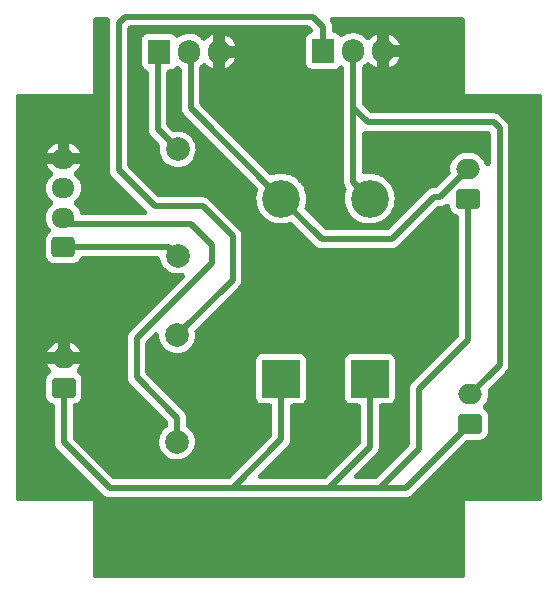
<source format=gbr>
%TF.GenerationSoftware,KiCad,Pcbnew,(6.0.2)*%
%TF.CreationDate,2022-08-02T15:28:19+01:00*%
%TF.ProjectId,solenoid_driver,736f6c65-6e6f-4696-945f-647269766572,rev?*%
%TF.SameCoordinates,Original*%
%TF.FileFunction,Copper,L2,Bot*%
%TF.FilePolarity,Positive*%
%FSLAX46Y46*%
G04 Gerber Fmt 4.6, Leading zero omitted, Abs format (unit mm)*
G04 Created by KiCad (PCBNEW (6.0.2)) date 2022-08-02 15:28:19*
%MOMM*%
%LPD*%
G01*
G04 APERTURE LIST*
G04 Aperture macros list*
%AMRoundRect*
0 Rectangle with rounded corners*
0 $1 Rounding radius*
0 $2 $3 $4 $5 $6 $7 $8 $9 X,Y pos of 4 corners*
0 Add a 4 corners polygon primitive as box body*
4,1,4,$2,$3,$4,$5,$6,$7,$8,$9,$2,$3,0*
0 Add four circle primitives for the rounded corners*
1,1,$1+$1,$2,$3*
1,1,$1+$1,$4,$5*
1,1,$1+$1,$6,$7*
1,1,$1+$1,$8,$9*
0 Add four rect primitives between the rounded corners*
20,1,$1+$1,$2,$3,$4,$5,0*
20,1,$1+$1,$4,$5,$6,$7,0*
20,1,$1+$1,$6,$7,$8,$9,0*
20,1,$1+$1,$8,$9,$2,$3,0*%
G04 Aperture macros list end*
%TA.AperFunction,ComponentPad*%
%ADD10RoundRect,0.250000X0.725000X-0.600000X0.725000X0.600000X-0.725000X0.600000X-0.725000X-0.600000X0*%
%TD*%
%TA.AperFunction,ComponentPad*%
%ADD11O,1.950000X1.700000*%
%TD*%
%TA.AperFunction,ComponentPad*%
%ADD12C,2.000000*%
%TD*%
%TA.AperFunction,ComponentPad*%
%ADD13R,3.200000X3.200000*%
%TD*%
%TA.AperFunction,ComponentPad*%
%ADD14O,3.200000X3.200000*%
%TD*%
%TA.AperFunction,ComponentPad*%
%ADD15RoundRect,0.250000X0.750000X-0.600000X0.750000X0.600000X-0.750000X0.600000X-0.750000X-0.600000X0*%
%TD*%
%TA.AperFunction,ComponentPad*%
%ADD16O,2.000000X1.700000*%
%TD*%
%TA.AperFunction,ComponentPad*%
%ADD17R,1.905000X2.000000*%
%TD*%
%TA.AperFunction,ComponentPad*%
%ADD18O,1.905000X2.000000*%
%TD*%
%TA.AperFunction,Conductor*%
%ADD19C,0.500000*%
%TD*%
G04 APERTURE END LIST*
D10*
%TO.P,J1,1*%
%TO.N,solenoid1*%
X116500000Y-100500000D03*
D11*
%TO.P,J1,2*%
%TO.N,solenoid2*%
X116500000Y-98000000D03*
%TO.P,J1,3*%
%TO.N,+5V*%
X116500000Y-95500000D03*
%TO.P,J1,4*%
%TO.N,GND*%
X116500000Y-93000000D03*
%TD*%
D12*
%TO.P,R1,1*%
%TO.N,solenoid1*%
X126174500Y-101219000D03*
%TO.P,R1,2*%
%TO.N,Net-(Q2-Pad1)*%
X126174500Y-92219000D03*
%TD*%
D13*
%TO.P,D1,1*%
%TO.N,+12V*%
X142430500Y-111633000D03*
D14*
%TO.P,D1,2*%
%TO.N,Net-(D1-Pad2)*%
X142430500Y-96393000D03*
%TD*%
D13*
%TO.P,D2,1*%
%TO.N,+12V*%
X134937500Y-111633000D03*
D14*
%TO.P,D2,2*%
%TO.N,Net-(D2-Pad2)*%
X134937500Y-96393000D03*
%TD*%
D15*
%TO.P,J4,1*%
%TO.N,+12V*%
X150749000Y-96393000D03*
D16*
%TO.P,J4,2*%
%TO.N,Net-(D2-Pad2)*%
X150749000Y-93893000D03*
%TD*%
D17*
%TO.P,Q1,1*%
%TO.N,Net-(Q1-Pad1)*%
X138493500Y-83883500D03*
D18*
%TO.P,Q1,2*%
%TO.N,Net-(D1-Pad2)*%
X141033500Y-83883500D03*
%TO.P,Q1,3*%
%TO.N,GND*%
X143573500Y-83883500D03*
%TD*%
D17*
%TO.P,Q2,1*%
%TO.N,Net-(Q2-Pad1)*%
X124587000Y-83947000D03*
D18*
%TO.P,Q2,2*%
%TO.N,Net-(D2-Pad2)*%
X127127000Y-83947000D03*
%TO.P,Q2,3*%
%TO.N,GND*%
X129667000Y-83947000D03*
%TD*%
D12*
%TO.P,R2,1*%
%TO.N,solenoid2*%
X126111000Y-116967000D03*
%TO.P,R2,2*%
%TO.N,Net-(Q1-Pad1)*%
X126111000Y-107967000D03*
%TD*%
D15*
%TO.P,J2,1*%
%TO.N,+12V*%
X116522500Y-112395000D03*
D16*
%TO.P,J2,2*%
%TO.N,GND*%
X116522500Y-109895000D03*
%TD*%
D15*
%TO.P,J3,1*%
%TO.N,+12V*%
X150939500Y-115443000D03*
D16*
%TO.P,J3,2*%
%TO.N,Net-(D1-Pad2)*%
X150939500Y-112943000D03*
%TD*%
D19*
%TO.N,+12V*%
X134937500Y-111633000D02*
X134937500Y-116776500D01*
X145478500Y-120904000D02*
X150939500Y-115443000D01*
X120396000Y-120904000D02*
X130810000Y-120904000D01*
X143256000Y-120904000D02*
X145478500Y-120904000D01*
X116522500Y-117030500D02*
X120396000Y-120904000D01*
X138938000Y-120904000D02*
X143256000Y-120904000D01*
X134937500Y-116776500D02*
X130810000Y-120904000D01*
X146558000Y-112522000D02*
X146558000Y-117602000D01*
X146558000Y-117602000D02*
X143256000Y-120904000D01*
X150749000Y-96393000D02*
X150749000Y-108331000D01*
X142430500Y-117411500D02*
X138938000Y-120904000D01*
X142430500Y-111633000D02*
X142430500Y-117411500D01*
X130810000Y-120904000D02*
X138938000Y-120904000D01*
X150749000Y-108331000D02*
X146558000Y-112522000D01*
X116522500Y-112395000D02*
X116522500Y-117030500D01*
%TO.N,Net-(D1-Pad2)*%
X153416000Y-90424000D02*
X153416000Y-110466500D01*
X152908000Y-89916000D02*
X153416000Y-90424000D01*
X141033500Y-83883500D02*
X141033500Y-88201500D01*
X141033500Y-94996000D02*
X142430500Y-96393000D01*
X141033500Y-88201500D02*
X141033500Y-94996000D01*
X141033500Y-88201500D02*
X141033500Y-88709500D01*
X141033500Y-88709500D02*
X142240000Y-89916000D01*
X152769250Y-111113250D02*
X150939500Y-112943000D01*
X142240000Y-89916000D02*
X152908000Y-89916000D01*
X153416000Y-110466500D02*
X152769250Y-111113250D01*
%TO.N,Net-(D2-Pad2)*%
X138366500Y-99822000D02*
X144272000Y-99822000D01*
X144272000Y-99822000D02*
X147828000Y-96266000D01*
X147828000Y-96266000D02*
X148376000Y-96266000D01*
X127254000Y-84074000D02*
X127127000Y-83947000D01*
X127254000Y-88709500D02*
X127254000Y-84074000D01*
X134937500Y-96393000D02*
X138366500Y-99822000D01*
X148376000Y-96266000D02*
X150749000Y-93893000D01*
X134937500Y-96393000D02*
X127254000Y-88709500D01*
%TO.N,solenoid2*%
X126111000Y-116967000D02*
X126111000Y-114935000D01*
X117052000Y-98552000D02*
X116500000Y-98000000D01*
X129032000Y-100330000D02*
X127254000Y-98552000D01*
X122682000Y-108204000D02*
X129032000Y-101854000D01*
X127254000Y-98552000D02*
X117052000Y-98552000D01*
X122682000Y-111506000D02*
X122682000Y-108204000D01*
X126111000Y-114935000D02*
X122682000Y-111506000D01*
X129032000Y-101854000D02*
X129032000Y-100330000D01*
%TO.N,solenoid1*%
X125455500Y-100500000D02*
X126174500Y-101219000D01*
X116500000Y-100500000D02*
X125455500Y-100500000D01*
%TO.N,Net-(Q1-Pad1)*%
X137617010Y-80975010D02*
X138493500Y-81851500D01*
X133045010Y-80975010D02*
X121716990Y-80975010D01*
X138493500Y-81851500D02*
X138493500Y-83883500D01*
X130810000Y-103268000D02*
X130810000Y-99568000D01*
X121158000Y-93980000D02*
X121158000Y-81534000D01*
X128270000Y-97028000D02*
X124206000Y-97028000D01*
X133045010Y-80975010D02*
X137617010Y-80975010D01*
X121158000Y-81534000D02*
X121716990Y-80975010D01*
X130810000Y-99568000D02*
X128270000Y-97028000D01*
X124206000Y-97028000D02*
X121158000Y-93980000D01*
X126111000Y-107967000D02*
X130810000Y-103268000D01*
%TO.N,Net-(Q2-Pad1)*%
X126174500Y-92219000D02*
X124460000Y-90504500D01*
X124460000Y-84074000D02*
X124587000Y-83947000D01*
X124460000Y-90504500D02*
X124460000Y-84074000D01*
%TD*%
%TA.AperFunction,Conductor*%
%TO.N,GND*%
G36*
X120291650Y-81018954D02*
G01*
X120372432Y-81072930D01*
X120426408Y-81153712D01*
X120445362Y-81249000D01*
X120440145Y-81299704D01*
X120426747Y-81364117D01*
X120424844Y-81372524D01*
X120408185Y-81440606D01*
X120407500Y-81451648D01*
X120407500Y-81455526D01*
X120407459Y-81456845D01*
X120405382Y-81466831D01*
X120405773Y-81481291D01*
X120405773Y-81481294D01*
X120407409Y-81541737D01*
X120407500Y-81548473D01*
X120407500Y-93904244D01*
X120405182Y-93934894D01*
X120405027Y-93939332D01*
X120402852Y-93953630D01*
X120404025Y-93968048D01*
X120406680Y-94000695D01*
X120407033Y-94009386D01*
X120407081Y-94009383D01*
X120407500Y-94016596D01*
X120407500Y-94023822D01*
X120408336Y-94030996D01*
X120408337Y-94031006D01*
X120410508Y-94049629D01*
X120411363Y-94058275D01*
X120415410Y-94108025D01*
X120417039Y-94128059D01*
X120421122Y-94140663D01*
X120422657Y-94153828D01*
X120427591Y-94167422D01*
X120427593Y-94167429D01*
X120446565Y-94219697D01*
X120449387Y-94227914D01*
X120470973Y-94294546D01*
X120477848Y-94305875D01*
X120482369Y-94318331D01*
X120520796Y-94376942D01*
X120525413Y-94384261D01*
X120541527Y-94410815D01*
X120561761Y-94444160D01*
X120569085Y-94452452D01*
X120571797Y-94455164D01*
X120572735Y-94456162D01*
X120578323Y-94464685D01*
X120630971Y-94514559D01*
X120632699Y-94516196D01*
X120637526Y-94520893D01*
X123493062Y-97376430D01*
X123547038Y-97457212D01*
X123565992Y-97552500D01*
X123547038Y-97647788D01*
X123493062Y-97728570D01*
X123412280Y-97782546D01*
X123316992Y-97801500D01*
X118161018Y-97801500D01*
X118065730Y-97782546D01*
X117984948Y-97728570D01*
X117930972Y-97647788D01*
X117920503Y-97616946D01*
X117901720Y-97546848D01*
X117901718Y-97546842D01*
X117898903Y-97536337D01*
X117888339Y-97513681D01*
X117803631Y-97332027D01*
X117799035Y-97322171D01*
X117663495Y-97128599D01*
X117496401Y-96961505D01*
X117485641Y-96953970D01*
X117484389Y-96952663D01*
X117479170Y-96948284D01*
X117479650Y-96947712D01*
X117418456Y-96883792D01*
X117383242Y-96793243D01*
X117385359Y-96696112D01*
X117424486Y-96607184D01*
X117479528Y-96552142D01*
X117479170Y-96551716D01*
X117484042Y-96547628D01*
X117485640Y-96546030D01*
X117496401Y-96538495D01*
X117663495Y-96371401D01*
X117669733Y-96362493D01*
X117792804Y-96186729D01*
X117792805Y-96186728D01*
X117799035Y-96177830D01*
X117803632Y-96167973D01*
X117845984Y-96077147D01*
X117898903Y-95963663D01*
X117901718Y-95953160D01*
X117957249Y-95745909D01*
X117960063Y-95735408D01*
X117964358Y-95686323D01*
X117979711Y-95510835D01*
X117980659Y-95500000D01*
X117967223Y-95346429D01*
X117961011Y-95275426D01*
X117961011Y-95275425D01*
X117960063Y-95264592D01*
X117898903Y-95036337D01*
X117893797Y-95025386D01*
X117803631Y-94832027D01*
X117799035Y-94822171D01*
X117663495Y-94628599D01*
X117496401Y-94461505D01*
X117485197Y-94453660D01*
X117483646Y-94452039D01*
X117479170Y-94448284D01*
X117479581Y-94447794D01*
X117418015Y-94383477D01*
X117382804Y-94292927D01*
X117384926Y-94195795D01*
X117424056Y-94106869D01*
X117479189Y-94051739D01*
X117478847Y-94051331D01*
X117483507Y-94047421D01*
X117485207Y-94045721D01*
X117487176Y-94044342D01*
X117503764Y-94030424D01*
X117655427Y-93878761D01*
X117669343Y-93862177D01*
X117792369Y-93686478D01*
X117803192Y-93667731D01*
X117871042Y-93522228D01*
X117875622Y-93503510D01*
X117861277Y-93500000D01*
X115143121Y-93500000D01*
X115124221Y-93503760D01*
X115127102Y-93518246D01*
X115196807Y-93667729D01*
X115207635Y-93686482D01*
X115330653Y-93862170D01*
X115344576Y-93878764D01*
X115496236Y-94030424D01*
X115512824Y-94044342D01*
X115514793Y-94045721D01*
X115516124Y-94047111D01*
X115521153Y-94051331D01*
X115520691Y-94051882D01*
X115581979Y-94115900D01*
X115617194Y-94206449D01*
X115615077Y-94303581D01*
X115575951Y-94392509D01*
X115520533Y-94447930D01*
X115520830Y-94448284D01*
X115516784Y-94451679D01*
X115514803Y-94453660D01*
X115503599Y-94461505D01*
X115336505Y-94628599D01*
X115330275Y-94637497D01*
X115330272Y-94637500D01*
X115216640Y-94799784D01*
X115200965Y-94822170D01*
X115196374Y-94832015D01*
X115196373Y-94832017D01*
X115184153Y-94858224D01*
X115101097Y-95036337D01*
X115098284Y-95046835D01*
X115098283Y-95046838D01*
X115090748Y-95074960D01*
X115039937Y-95264592D01*
X115038989Y-95275425D01*
X115038989Y-95275426D01*
X115032777Y-95346429D01*
X115019341Y-95500000D01*
X115020289Y-95510835D01*
X115035643Y-95686323D01*
X115039937Y-95735408D01*
X115101097Y-95963663D01*
X115200965Y-96177829D01*
X115336505Y-96371401D01*
X115503599Y-96538495D01*
X115514359Y-96546030D01*
X115515611Y-96547337D01*
X115520830Y-96551716D01*
X115520350Y-96552288D01*
X115581544Y-96616208D01*
X115616758Y-96706757D01*
X115614641Y-96803888D01*
X115575514Y-96892816D01*
X115520472Y-96947858D01*
X115520830Y-96948284D01*
X115515958Y-96952372D01*
X115514360Y-96953970D01*
X115503599Y-96961505D01*
X115336505Y-97128599D01*
X115330275Y-97137497D01*
X115330272Y-97137500D01*
X115207852Y-97312334D01*
X115200965Y-97322170D01*
X115196374Y-97332015D01*
X115196373Y-97332017D01*
X115180492Y-97366075D01*
X115101097Y-97536337D01*
X115098284Y-97546835D01*
X115098283Y-97546838D01*
X115096766Y-97552500D01*
X115039937Y-97764592D01*
X115038989Y-97775425D01*
X115038989Y-97775426D01*
X115036893Y-97799382D01*
X115019341Y-98000000D01*
X115039937Y-98235408D01*
X115101097Y-98463663D01*
X115105691Y-98473516D01*
X115105693Y-98473520D01*
X115196369Y-98667973D01*
X115200965Y-98677829D01*
X115336505Y-98871401D01*
X115371968Y-98906864D01*
X115425944Y-98987646D01*
X115444898Y-99082934D01*
X115425944Y-99178222D01*
X115371968Y-99259004D01*
X115326923Y-99294673D01*
X115305655Y-99307834D01*
X115292059Y-99321454D01*
X115193744Y-99419941D01*
X115182016Y-99431689D01*
X115174426Y-99444003D01*
X115174424Y-99444005D01*
X115116107Y-99538614D01*
X115090186Y-99580666D01*
X115085630Y-99594403D01*
X115044957Y-99717025D01*
X115035090Y-99746772D01*
X115033704Y-99760300D01*
X115025307Y-99842262D01*
X115024500Y-99850134D01*
X115024500Y-101149866D01*
X115035359Y-101254519D01*
X115039667Y-101267432D01*
X115039668Y-101267436D01*
X115058349Y-101323430D01*
X115090744Y-101420529D01*
X115098354Y-101432826D01*
X115098355Y-101432829D01*
X115105738Y-101444759D01*
X115182834Y-101569345D01*
X115229634Y-101616063D01*
X115282913Y-101669249D01*
X115306689Y-101692984D01*
X115319003Y-101700574D01*
X115319005Y-101700576D01*
X115412584Y-101758258D01*
X115455666Y-101784814D01*
X115537069Y-101811815D01*
X115608864Y-101835629D01*
X115608868Y-101835630D01*
X115621772Y-101839910D01*
X115635300Y-101841296D01*
X115718815Y-101849853D01*
X115718823Y-101849853D01*
X115725134Y-101850500D01*
X117274866Y-101850500D01*
X117281262Y-101849836D01*
X117281269Y-101849836D01*
X117365971Y-101841047D01*
X117365973Y-101841047D01*
X117379519Y-101839641D01*
X117392432Y-101835333D01*
X117392436Y-101835332D01*
X117531810Y-101788833D01*
X117545529Y-101784256D01*
X117557826Y-101776646D01*
X117557829Y-101776645D01*
X117641581Y-101724817D01*
X117694345Y-101692166D01*
X117817984Y-101568311D01*
X117837174Y-101537180D01*
X117902222Y-101431651D01*
X117902223Y-101431649D01*
X117909814Y-101419334D01*
X117914370Y-101405600D01*
X117919653Y-101394269D01*
X117977101Y-101315919D01*
X118060160Y-101265517D01*
X118145324Y-101250500D01*
X124444256Y-101250500D01*
X124539544Y-101269454D01*
X124620326Y-101323430D01*
X124674302Y-101404212D01*
X124687164Y-101444759D01*
X124737755Y-101669249D01*
X124830584Y-101897861D01*
X124959506Y-102108241D01*
X125121057Y-102294741D01*
X125310899Y-102452351D01*
X125523933Y-102576838D01*
X125754439Y-102664859D01*
X125764450Y-102666896D01*
X125764454Y-102666897D01*
X125986213Y-102712015D01*
X125986215Y-102712015D01*
X125996226Y-102714052D01*
X126098853Y-102717815D01*
X126232587Y-102722719D01*
X126232593Y-102722719D01*
X126242800Y-102723093D01*
X126252931Y-102721795D01*
X126252936Y-102721795D01*
X126416188Y-102700881D01*
X126487541Y-102691741D01*
X126489409Y-102691181D01*
X126583088Y-102689955D01*
X126673326Y-102725958D01*
X126742917Y-102793752D01*
X126781267Y-102883018D01*
X126782538Y-102980165D01*
X126746535Y-103070403D01*
X126713778Y-103110855D01*
X122204883Y-107619750D01*
X122181579Y-107639777D01*
X122178330Y-107642806D01*
X122166676Y-107651383D01*
X122157311Y-107662407D01*
X122157306Y-107662411D01*
X122136094Y-107687379D01*
X122130212Y-107693759D01*
X122130248Y-107693791D01*
X122125436Y-107699197D01*
X122120330Y-107704303D01*
X122104220Y-107724665D01*
X122098737Y-107731352D01*
X122053368Y-107784755D01*
X122047343Y-107796555D01*
X122039119Y-107806949D01*
X122032992Y-107820058D01*
X122032988Y-107820065D01*
X122009451Y-107870425D01*
X122005635Y-107878232D01*
X121985843Y-107916993D01*
X121973781Y-107940616D01*
X121970631Y-107953490D01*
X121965021Y-107965493D01*
X121962075Y-107979658D01*
X121962074Y-107979660D01*
X121950755Y-108034078D01*
X121948844Y-108042525D01*
X121932185Y-108110606D01*
X121931500Y-108121648D01*
X121931500Y-108125526D01*
X121931459Y-108126845D01*
X121929382Y-108136831D01*
X121929773Y-108151291D01*
X121929773Y-108151294D01*
X121931409Y-108211737D01*
X121931500Y-108218473D01*
X121931500Y-111430244D01*
X121929182Y-111460894D01*
X121929027Y-111465332D01*
X121926852Y-111479630D01*
X121928025Y-111494048D01*
X121930680Y-111526695D01*
X121931033Y-111535386D01*
X121931081Y-111535383D01*
X121931500Y-111542596D01*
X121931500Y-111549822D01*
X121932336Y-111556996D01*
X121932337Y-111557006D01*
X121934508Y-111575629D01*
X121935363Y-111584275D01*
X121938990Y-111628864D01*
X121941039Y-111654059D01*
X121945122Y-111666663D01*
X121946657Y-111679828D01*
X121951591Y-111693422D01*
X121951593Y-111693429D01*
X121970565Y-111745697D01*
X121973387Y-111753914D01*
X121994973Y-111820546D01*
X122001848Y-111831875D01*
X122006369Y-111844331D01*
X122044796Y-111902942D01*
X122049413Y-111910261D01*
X122078247Y-111957777D01*
X122085761Y-111970160D01*
X122093085Y-111978452D01*
X122095797Y-111981164D01*
X122096735Y-111982162D01*
X122102323Y-111990685D01*
X122124569Y-112011759D01*
X122156700Y-112042197D01*
X122161527Y-112046894D01*
X125287570Y-115172937D01*
X125341546Y-115253719D01*
X125360500Y-115349007D01*
X125360500Y-115529608D01*
X125341546Y-115624896D01*
X125287570Y-115705678D01*
X125261005Y-115728729D01*
X125194060Y-115778993D01*
X125111364Y-115841083D01*
X125104312Y-115848463D01*
X125104307Y-115848467D01*
X124947957Y-116012079D01*
X124940896Y-116019468D01*
X124801851Y-116223300D01*
X124697965Y-116447104D01*
X124695238Y-116456939D01*
X124695236Y-116456943D01*
X124677319Y-116521550D01*
X124632026Y-116684871D01*
X124623058Y-116768786D01*
X124611101Y-116880671D01*
X124605806Y-116930214D01*
X124620010Y-117176545D01*
X124622257Y-117186514D01*
X124622257Y-117186517D01*
X124666070Y-117380929D01*
X124674255Y-117417249D01*
X124767084Y-117645861D01*
X124772421Y-117654571D01*
X124772422Y-117654572D01*
X124776983Y-117662014D01*
X124896006Y-117856241D01*
X125057557Y-118042741D01*
X125247399Y-118200351D01*
X125460433Y-118324838D01*
X125690939Y-118412859D01*
X125700950Y-118414896D01*
X125700954Y-118414897D01*
X125922713Y-118460015D01*
X125922715Y-118460015D01*
X125932726Y-118462052D01*
X126035353Y-118465815D01*
X126169087Y-118470719D01*
X126169093Y-118470719D01*
X126179300Y-118471093D01*
X126189431Y-118469795D01*
X126189436Y-118469795D01*
X126324670Y-118452471D01*
X126424041Y-118439741D01*
X126660374Y-118368838D01*
X126881954Y-118260287D01*
X127030098Y-118154617D01*
X127074512Y-118122937D01*
X127074516Y-118122934D01*
X127082829Y-118117004D01*
X127257605Y-117942837D01*
X127401588Y-117742463D01*
X127510911Y-117521264D01*
X127515312Y-117506781D01*
X127579669Y-117294956D01*
X127579669Y-117294954D01*
X127582639Y-117285180D01*
X127593284Y-117204328D01*
X127613981Y-117047114D01*
X127613981Y-117047111D01*
X127614845Y-117040550D01*
X127615470Y-117015007D01*
X127616481Y-116973625D01*
X127616643Y-116967000D01*
X127596425Y-116721089D01*
X127536316Y-116481783D01*
X127437928Y-116255507D01*
X127303905Y-116048339D01*
X127137846Y-115865842D01*
X127129829Y-115859511D01*
X127129822Y-115859504D01*
X126956175Y-115722366D01*
X126893142Y-115648434D01*
X126863201Y-115556008D01*
X126861500Y-115526957D01*
X126861500Y-115010756D01*
X126863818Y-114980106D01*
X126863973Y-114975668D01*
X126866148Y-114961370D01*
X126862320Y-114914305D01*
X126861967Y-114905614D01*
X126861919Y-114905617D01*
X126861500Y-114898404D01*
X126861500Y-114891178D01*
X126860664Y-114884004D01*
X126860663Y-114883994D01*
X126858492Y-114865371D01*
X126857637Y-114856725D01*
X126853134Y-114801358D01*
X126853133Y-114801354D01*
X126851961Y-114786941D01*
X126847878Y-114774337D01*
X126846343Y-114761172D01*
X126841409Y-114747578D01*
X126841407Y-114747571D01*
X126822435Y-114695303D01*
X126819613Y-114687086D01*
X126815880Y-114675564D01*
X126798027Y-114620454D01*
X126791152Y-114609125D01*
X126786631Y-114596669D01*
X126748204Y-114538058D01*
X126743587Y-114530739D01*
X126712995Y-114480325D01*
X126712993Y-114480323D01*
X126707239Y-114470840D01*
X126699915Y-114462548D01*
X126697203Y-114459836D01*
X126696265Y-114458838D01*
X126690677Y-114450315D01*
X126636300Y-114398803D01*
X126631473Y-114394106D01*
X123505430Y-111268063D01*
X123451454Y-111187281D01*
X123432500Y-111091993D01*
X123432500Y-108618007D01*
X123451454Y-108522719D01*
X123505430Y-108441937D01*
X124181206Y-107766161D01*
X124261988Y-107712185D01*
X124357276Y-107693231D01*
X124452564Y-107712185D01*
X124533346Y-107766161D01*
X124587322Y-107846943D01*
X124602856Y-107930384D01*
X124605806Y-107930214D01*
X124620010Y-108176545D01*
X124622257Y-108186514D01*
X124622257Y-108186517D01*
X124666696Y-108383707D01*
X124674255Y-108417249D01*
X124767084Y-108645861D01*
X124896006Y-108856241D01*
X125057557Y-109042741D01*
X125247399Y-109200351D01*
X125460433Y-109324838D01*
X125690939Y-109412859D01*
X125700950Y-109414896D01*
X125700954Y-109414897D01*
X125922713Y-109460015D01*
X125922715Y-109460015D01*
X125932726Y-109462052D01*
X126035353Y-109465815D01*
X126169087Y-109470719D01*
X126169093Y-109470719D01*
X126179300Y-109471093D01*
X126189431Y-109469795D01*
X126189436Y-109469795D01*
X126324670Y-109452471D01*
X126424041Y-109439741D01*
X126660374Y-109368838D01*
X126881954Y-109260287D01*
X126975132Y-109193824D01*
X127074512Y-109122937D01*
X127074516Y-109122934D01*
X127082829Y-109117004D01*
X127257605Y-108942837D01*
X127401588Y-108742463D01*
X127510911Y-108521264D01*
X127519665Y-108492453D01*
X127579669Y-108294956D01*
X127579669Y-108294954D01*
X127582639Y-108285180D01*
X127600266Y-108151294D01*
X127613981Y-108047114D01*
X127613981Y-108047111D01*
X127614845Y-108040550D01*
X127616643Y-107967000D01*
X127615039Y-107947484D01*
X127600131Y-107766161D01*
X127596425Y-107721089D01*
X127593935Y-107711177D01*
X127592267Y-107701100D01*
X127594310Y-107700762D01*
X127590222Y-107618574D01*
X127622896Y-107527078D01*
X127660479Y-107478888D01*
X131287117Y-103852250D01*
X131310421Y-103832223D01*
X131313670Y-103829194D01*
X131325324Y-103820617D01*
X131334689Y-103809593D01*
X131334694Y-103809589D01*
X131355906Y-103784621D01*
X131361788Y-103778241D01*
X131361752Y-103778209D01*
X131366565Y-103772802D01*
X131371671Y-103767696D01*
X131387791Y-103747321D01*
X131393278Y-103740630D01*
X131429266Y-103698270D01*
X131429267Y-103698268D01*
X131438632Y-103687245D01*
X131444657Y-103675445D01*
X131452881Y-103665051D01*
X131482551Y-103601568D01*
X131486357Y-103593782D01*
X131488126Y-103590318D01*
X131518219Y-103531384D01*
X131521368Y-103518514D01*
X131526980Y-103506507D01*
X131541248Y-103437914D01*
X131543163Y-103429449D01*
X131557178Y-103372176D01*
X131557180Y-103372162D01*
X131559815Y-103361394D01*
X131560500Y-103350352D01*
X131560500Y-103346505D01*
X131560542Y-103345150D01*
X131562618Y-103335169D01*
X131560591Y-103260247D01*
X131560500Y-103253514D01*
X131560500Y-99643756D01*
X131562818Y-99613106D01*
X131562973Y-99608668D01*
X131565148Y-99594370D01*
X131561320Y-99547305D01*
X131560967Y-99538614D01*
X131560919Y-99538617D01*
X131560500Y-99531404D01*
X131560500Y-99524178D01*
X131559664Y-99517004D01*
X131559663Y-99516994D01*
X131557492Y-99498371D01*
X131556637Y-99489725D01*
X131552134Y-99434358D01*
X131552133Y-99434354D01*
X131550961Y-99419941D01*
X131546878Y-99407337D01*
X131545343Y-99394172D01*
X131540409Y-99380578D01*
X131540407Y-99380571D01*
X131521435Y-99328303D01*
X131518613Y-99320086D01*
X131510380Y-99294673D01*
X131497027Y-99253454D01*
X131490152Y-99242125D01*
X131485631Y-99229669D01*
X131476502Y-99215744D01*
X131447215Y-99171075D01*
X131442579Y-99163727D01*
X131411994Y-99113325D01*
X131411992Y-99113323D01*
X131406238Y-99103840D01*
X131398915Y-99095548D01*
X131396186Y-99092819D01*
X131395267Y-99091841D01*
X131389677Y-99083315D01*
X131379174Y-99073365D01*
X131379172Y-99073363D01*
X131335300Y-99031803D01*
X131330473Y-99027106D01*
X128854250Y-96550883D01*
X128834223Y-96527579D01*
X128831194Y-96524330D01*
X128822617Y-96512676D01*
X128811593Y-96503311D01*
X128811589Y-96503306D01*
X128786621Y-96482094D01*
X128780241Y-96476212D01*
X128780209Y-96476248D01*
X128774803Y-96471436D01*
X128769697Y-96466330D01*
X128749335Y-96450220D01*
X128742639Y-96444730D01*
X128739388Y-96441968D01*
X128689245Y-96399368D01*
X128677445Y-96393343D01*
X128667051Y-96385119D01*
X128653942Y-96378992D01*
X128653935Y-96378988D01*
X128603575Y-96355451D01*
X128595768Y-96351635D01*
X128546275Y-96326363D01*
X128546272Y-96326362D01*
X128533384Y-96319781D01*
X128520510Y-96316631D01*
X128508507Y-96311021D01*
X128494342Y-96308075D01*
X128494340Y-96308074D01*
X128439922Y-96296755D01*
X128431475Y-96294844D01*
X128363394Y-96278185D01*
X128352352Y-96277500D01*
X128348474Y-96277500D01*
X128347155Y-96277459D01*
X128337169Y-96275382D01*
X128322709Y-96275773D01*
X128322706Y-96275773D01*
X128262263Y-96277409D01*
X128255527Y-96277500D01*
X124620007Y-96277500D01*
X124524719Y-96258546D01*
X124443937Y-96204570D01*
X121981430Y-93742063D01*
X121927454Y-93661281D01*
X121908500Y-93565993D01*
X121908500Y-81974510D01*
X121927454Y-81879222D01*
X121981430Y-81798440D01*
X122062212Y-81744464D01*
X122157500Y-81725510D01*
X137203003Y-81725510D01*
X137298291Y-81744464D01*
X137379073Y-81798440D01*
X137553379Y-81972746D01*
X137607355Y-82053528D01*
X137626309Y-82148816D01*
X137607355Y-82244104D01*
X137553379Y-82324886D01*
X137472597Y-82378862D01*
X137442733Y-82388529D01*
X137432420Y-82389649D01*
X137417803Y-82395128D01*
X137417801Y-82395129D01*
X137361685Y-82416166D01*
X137298176Y-82439974D01*
X137221757Y-82497247D01*
X137203294Y-82511085D01*
X137183454Y-82525954D01*
X137097474Y-82640676D01*
X137082508Y-82680599D01*
X137058094Y-82745725D01*
X137047149Y-82774920D01*
X137040500Y-82836123D01*
X137040501Y-84930876D01*
X137047149Y-84992080D01*
X137097474Y-85126324D01*
X137183454Y-85241046D01*
X137298176Y-85327026D01*
X137344712Y-85344471D01*
X137417804Y-85371872D01*
X137417805Y-85371872D01*
X137432420Y-85377351D01*
X137493623Y-85384000D01*
X138492832Y-85384000D01*
X139493376Y-85383999D01*
X139554580Y-85377351D01*
X139688824Y-85327026D01*
X139803546Y-85241046D01*
X139834749Y-85199412D01*
X139907062Y-85134530D01*
X139998701Y-85102259D01*
X140095714Y-85107513D01*
X140183331Y-85149492D01*
X140248214Y-85221806D01*
X140280485Y-85313445D01*
X140283000Y-85348744D01*
X140283000Y-88633744D01*
X140280682Y-88664394D01*
X140280527Y-88668832D01*
X140278352Y-88683130D01*
X140279525Y-88697548D01*
X140282180Y-88730195D01*
X140283000Y-88750381D01*
X140283000Y-94920244D01*
X140280682Y-94950894D01*
X140280527Y-94955332D01*
X140278352Y-94969630D01*
X140279525Y-94984048D01*
X140282180Y-95016695D01*
X140282533Y-95025386D01*
X140282581Y-95025383D01*
X140283000Y-95032596D01*
X140283000Y-95039822D01*
X140283836Y-95046996D01*
X140283837Y-95047006D01*
X140286008Y-95065629D01*
X140286863Y-95074275D01*
X140292539Y-95144059D01*
X140296622Y-95156663D01*
X140298157Y-95169828D01*
X140303091Y-95183422D01*
X140303093Y-95183429D01*
X140322065Y-95235697D01*
X140324887Y-95243914D01*
X140346473Y-95310546D01*
X140353348Y-95321875D01*
X140357869Y-95334331D01*
X140396296Y-95392942D01*
X140400891Y-95400225D01*
X140436200Y-95458411D01*
X140469428Y-95549707D01*
X140465190Y-95646770D01*
X140457161Y-95673156D01*
X140408690Y-95805610D01*
X140406886Y-95813883D01*
X140406885Y-95813887D01*
X140349485Y-96077147D01*
X140347678Y-96085436D01*
X140347013Y-96093887D01*
X140347012Y-96093893D01*
X140329313Y-96318778D01*
X140325207Y-96370953D01*
X140341694Y-96656878D01*
X140396832Y-96937920D01*
X140399577Y-96945938D01*
X140399578Y-96945941D01*
X140423896Y-97016967D01*
X140489602Y-97208878D01*
X140493408Y-97216446D01*
X140493410Y-97216450D01*
X140548422Y-97325829D01*
X140618287Y-97464740D01*
X140623090Y-97471729D01*
X140623091Y-97471730D01*
X140660720Y-97526480D01*
X140780506Y-97700770D01*
X140973256Y-97912600D01*
X141192972Y-98096311D01*
X141435588Y-98248503D01*
X141443318Y-98251993D01*
X141443325Y-98251997D01*
X141688886Y-98362872D01*
X141688890Y-98362874D01*
X141696614Y-98366361D01*
X141971219Y-98447703D01*
X141979594Y-98448985D01*
X141979596Y-98448985D01*
X142044804Y-98458963D01*
X142254324Y-98491024D01*
X142375592Y-98492929D01*
X142532202Y-98495390D01*
X142532207Y-98495390D01*
X142540689Y-98495523D01*
X142588468Y-98489741D01*
X142816589Y-98462135D01*
X142816595Y-98462134D01*
X142825014Y-98461115D01*
X143102039Y-98388439D01*
X143264192Y-98321273D01*
X143358795Y-98282088D01*
X143358799Y-98282086D01*
X143366638Y-98278839D01*
X143422991Y-98245909D01*
X143606593Y-98138621D01*
X143606597Y-98138618D01*
X143613915Y-98134342D01*
X143738473Y-98036676D01*
X143832621Y-97962855D01*
X143832625Y-97962851D01*
X143839293Y-97957623D01*
X143872489Y-97923368D01*
X143989923Y-97802185D01*
X144038602Y-97751952D01*
X144189266Y-97546848D01*
X144203132Y-97527972D01*
X144208155Y-97521134D01*
X144238775Y-97464740D01*
X144340768Y-97276891D01*
X144344813Y-97269441D01*
X144408088Y-97101989D01*
X144443051Y-97009462D01*
X144443053Y-97009455D01*
X144446048Y-97001530D01*
X144448018Y-96992930D01*
X144508096Y-96730615D01*
X144508096Y-96730613D01*
X144509987Y-96722358D01*
X144511380Y-96706757D01*
X144535011Y-96441968D01*
X144535011Y-96441964D01*
X144535446Y-96437092D01*
X144535743Y-96408734D01*
X144535857Y-96397905D01*
X144535857Y-96397895D01*
X144535908Y-96393000D01*
X144516428Y-96107263D01*
X144458350Y-95826814D01*
X144362748Y-95556842D01*
X144350443Y-95533000D01*
X144254146Y-95346429D01*
X144231391Y-95302342D01*
X144104423Y-95121686D01*
X144071584Y-95074960D01*
X144071582Y-95074957D01*
X144066709Y-95068024D01*
X144052832Y-95053090D01*
X143877529Y-94864442D01*
X143871751Y-94858224D01*
X143757122Y-94764401D01*
X143656686Y-94682194D01*
X143656679Y-94682189D01*
X143650123Y-94676823D01*
X143514766Y-94593876D01*
X143413150Y-94531606D01*
X143413147Y-94531605D01*
X143405927Y-94527180D01*
X143143682Y-94412062D01*
X143135539Y-94409742D01*
X143135535Y-94409741D01*
X142949202Y-94356663D01*
X142868239Y-94333600D01*
X142584696Y-94293246D01*
X142450425Y-94292543D01*
X142306779Y-94291791D01*
X142306773Y-94291791D01*
X142298300Y-94291747D01*
X142289893Y-94292854D01*
X142289890Y-94292854D01*
X142065500Y-94322395D01*
X141968553Y-94316040D01*
X141881418Y-94273070D01*
X141817359Y-94200024D01*
X141786130Y-94108025D01*
X141784000Y-94075525D01*
X141784000Y-90894363D01*
X141802954Y-90799075D01*
X141856930Y-90718293D01*
X141937712Y-90664317D01*
X142033000Y-90645363D01*
X142092182Y-90652498D01*
X142135832Y-90663179D01*
X142135835Y-90663180D01*
X142146606Y-90665815D01*
X142157648Y-90666500D01*
X142161525Y-90666500D01*
X142162844Y-90666541D01*
X142172831Y-90668618D01*
X142187288Y-90668227D01*
X142187290Y-90668227D01*
X142247737Y-90666591D01*
X142254473Y-90666500D01*
X152416500Y-90666500D01*
X152511788Y-90685454D01*
X152592570Y-90739430D01*
X152646546Y-90820212D01*
X152665500Y-90915500D01*
X152665500Y-93376391D01*
X152646546Y-93471679D01*
X152592570Y-93552461D01*
X152511788Y-93606437D01*
X152416500Y-93625391D01*
X152321212Y-93606437D01*
X152240430Y-93552461D01*
X152186454Y-93471679D01*
X152175984Y-93440834D01*
X152175719Y-93439845D01*
X152175717Y-93439841D01*
X152172903Y-93429337D01*
X152141407Y-93361793D01*
X152077631Y-93225027D01*
X152073035Y-93215171D01*
X151937495Y-93021599D01*
X151770401Y-92854505D01*
X151576829Y-92718965D01*
X151490518Y-92678717D01*
X151372520Y-92623693D01*
X151372516Y-92623691D01*
X151362663Y-92619097D01*
X151134408Y-92557937D01*
X151123575Y-92556989D01*
X151123574Y-92556989D01*
X151072928Y-92552558D01*
X150957966Y-92542500D01*
X150540034Y-92542500D01*
X150425072Y-92552558D01*
X150374426Y-92556989D01*
X150374425Y-92556989D01*
X150363592Y-92557937D01*
X150135337Y-92619097D01*
X150125484Y-92623691D01*
X150125480Y-92623693D01*
X150007482Y-92678717D01*
X149921171Y-92718965D01*
X149727599Y-92854505D01*
X149560505Y-93021599D01*
X149554275Y-93030497D01*
X149554272Y-93030500D01*
X149494430Y-93115964D01*
X149424965Y-93215170D01*
X149420374Y-93225015D01*
X149420373Y-93225017D01*
X149391463Y-93287015D01*
X149325097Y-93429337D01*
X149322284Y-93439835D01*
X149322283Y-93439838D01*
X149306163Y-93500000D01*
X149263937Y-93657592D01*
X149262989Y-93668425D01*
X149262989Y-93668426D01*
X149258320Y-93721795D01*
X149243341Y-93893000D01*
X149263937Y-94128408D01*
X149266752Y-94138914D01*
X149268639Y-94149615D01*
X149267293Y-94149852D01*
X149272875Y-94234983D01*
X149241648Y-94326983D01*
X149202074Y-94378559D01*
X148138063Y-95442570D01*
X148057281Y-95496546D01*
X147961993Y-95515500D01*
X147903756Y-95515500D01*
X147873106Y-95513182D01*
X147868668Y-95513027D01*
X147854370Y-95510852D01*
X147807305Y-95514680D01*
X147798614Y-95515033D01*
X147798617Y-95515081D01*
X147791404Y-95515500D01*
X147784178Y-95515500D01*
X147777004Y-95516336D01*
X147776994Y-95516337D01*
X147758371Y-95518508D01*
X147749725Y-95519363D01*
X147694358Y-95523866D01*
X147694354Y-95523867D01*
X147679941Y-95525039D01*
X147667337Y-95529122D01*
X147654172Y-95530657D01*
X147640578Y-95535591D01*
X147640571Y-95535593D01*
X147588303Y-95554565D01*
X147580086Y-95557387D01*
X147513454Y-95578973D01*
X147502125Y-95585848D01*
X147489669Y-95590369D01*
X147477573Y-95598300D01*
X147477572Y-95598300D01*
X147431075Y-95628785D01*
X147423727Y-95633421D01*
X147415389Y-95638481D01*
X147363840Y-95669762D01*
X147355548Y-95677085D01*
X147352819Y-95679814D01*
X147351841Y-95680733D01*
X147343315Y-95686323D01*
X147333365Y-95696826D01*
X147333363Y-95696828D01*
X147291803Y-95740700D01*
X147287106Y-95745527D01*
X144034063Y-98998570D01*
X143953281Y-99052546D01*
X143857993Y-99071500D01*
X138780507Y-99071500D01*
X138685219Y-99052546D01*
X138604437Y-98998570D01*
X136971942Y-97366075D01*
X136917966Y-97285293D01*
X136899012Y-97190005D01*
X136915086Y-97101992D01*
X136953048Y-97001530D01*
X136958567Y-96977435D01*
X137015096Y-96730615D01*
X137015096Y-96730613D01*
X137016987Y-96722358D01*
X137018380Y-96706757D01*
X137042011Y-96441968D01*
X137042011Y-96441964D01*
X137042446Y-96437092D01*
X137042743Y-96408734D01*
X137042857Y-96397905D01*
X137042857Y-96397895D01*
X137042908Y-96393000D01*
X137023428Y-96107263D01*
X136965350Y-95826814D01*
X136869748Y-95556842D01*
X136857443Y-95533000D01*
X136761146Y-95346429D01*
X136738391Y-95302342D01*
X136611423Y-95121686D01*
X136578584Y-95074960D01*
X136578582Y-95074957D01*
X136573709Y-95068024D01*
X136559832Y-95053090D01*
X136384529Y-94864442D01*
X136378751Y-94858224D01*
X136264122Y-94764401D01*
X136163686Y-94682194D01*
X136163679Y-94682189D01*
X136157123Y-94676823D01*
X136021766Y-94593876D01*
X135920150Y-94531606D01*
X135920147Y-94531605D01*
X135912927Y-94527180D01*
X135650682Y-94412062D01*
X135642539Y-94409742D01*
X135642535Y-94409741D01*
X135456202Y-94356663D01*
X135375239Y-94333600D01*
X135091696Y-94293246D01*
X134957425Y-94292543D01*
X134813779Y-94291791D01*
X134813773Y-94291791D01*
X134805300Y-94291747D01*
X134521351Y-94329129D01*
X134245102Y-94404702D01*
X134235466Y-94408812D01*
X134234428Y-94409030D01*
X134229302Y-94410815D01*
X134229072Y-94410154D01*
X134140386Y-94428760D01*
X134044905Y-94410804D01*
X133961711Y-94355844D01*
X128077430Y-88471563D01*
X128023454Y-88390781D01*
X128004500Y-88295493D01*
X128004500Y-85275902D01*
X128023454Y-85180614D01*
X128077430Y-85099832D01*
X128087208Y-85090619D01*
X128094991Y-85084775D01*
X128102044Y-85077394D01*
X128102049Y-85077390D01*
X128217942Y-84956114D01*
X128297478Y-84900319D01*
X128392312Y-84879208D01*
X128488005Y-84895995D01*
X128569991Y-84948125D01*
X128582129Y-84960564D01*
X128666121Y-85052870D01*
X128681025Y-85066768D01*
X128852427Y-85202133D01*
X128869388Y-85213401D01*
X129060601Y-85318957D01*
X129079176Y-85327305D01*
X129143883Y-85350219D01*
X129164249Y-85353172D01*
X129167000Y-85337165D01*
X129167000Y-85334746D01*
X130167000Y-85334746D01*
X130171069Y-85355204D01*
X130171857Y-85355360D01*
X130185731Y-85353151D01*
X130222089Y-85341267D01*
X130240855Y-85333379D01*
X130434594Y-85232525D01*
X130451821Y-85221677D01*
X130626488Y-85090533D01*
X130641718Y-85077012D01*
X130792617Y-84919104D01*
X130805428Y-84903285D01*
X130928518Y-84722841D01*
X130938569Y-84705149D01*
X131030530Y-84507035D01*
X131037565Y-84487915D01*
X131042357Y-84470632D01*
X131043903Y-84449834D01*
X131040589Y-84448163D01*
X131032042Y-84447000D01*
X130191527Y-84447000D01*
X130171069Y-84451069D01*
X130167000Y-84471527D01*
X130167000Y-85334746D01*
X129167000Y-85334746D01*
X129167000Y-83422473D01*
X130167000Y-83422473D01*
X130171069Y-83442931D01*
X130191527Y-83447000D01*
X131026512Y-83447000D01*
X131046970Y-83442931D01*
X131047999Y-83437756D01*
X131047689Y-83435250D01*
X131042646Y-83420435D01*
X130955555Y-83220139D01*
X130945930Y-83202188D01*
X130827296Y-83018807D01*
X130814865Y-83002666D01*
X130667878Y-82841130D01*
X130652975Y-82827232D01*
X130481573Y-82691867D01*
X130464612Y-82680599D01*
X130273399Y-82575043D01*
X130254824Y-82566695D01*
X130190117Y-82543781D01*
X130169751Y-82540828D01*
X130167000Y-82556835D01*
X130167000Y-83422473D01*
X129167000Y-83422473D01*
X129167000Y-82559254D01*
X129162931Y-82538796D01*
X129162143Y-82538640D01*
X129148269Y-82540849D01*
X129111911Y-82552733D01*
X129093145Y-82560621D01*
X128899406Y-82661475D01*
X128882179Y-82672323D01*
X128707512Y-82803467D01*
X128692276Y-82816994D01*
X128576741Y-82937894D01*
X128497205Y-82993689D01*
X128402372Y-83014800D01*
X128306678Y-82998012D01*
X128224693Y-82945882D01*
X128212555Y-82933444D01*
X128128219Y-82840759D01*
X128128207Y-82840748D01*
X128121340Y-82833201D01*
X127933834Y-82685117D01*
X127853329Y-82640676D01*
X127733606Y-82574585D01*
X127733602Y-82574583D01*
X127724660Y-82569647D01*
X127715034Y-82566238D01*
X127715029Y-82566236D01*
X127509065Y-82493301D01*
X127509063Y-82493301D01*
X127499435Y-82489891D01*
X127264208Y-82447991D01*
X127253987Y-82447866D01*
X127253986Y-82447866D01*
X127113097Y-82446145D01*
X127025296Y-82445072D01*
X126789116Y-82481212D01*
X126721006Y-82503474D01*
X126571729Y-82552265D01*
X126571725Y-82552266D01*
X126562010Y-82555442D01*
X126459466Y-82608823D01*
X126394166Y-82642816D01*
X126350077Y-82665767D01*
X126317827Y-82689981D01*
X126296071Y-82706316D01*
X126208490Y-82748372D01*
X126111482Y-82753711D01*
X126019815Y-82721520D01*
X125947315Y-82656527D01*
X125907687Y-82603652D01*
X125897046Y-82589454D01*
X125877207Y-82574585D01*
X125862453Y-82563528D01*
X125782324Y-82503474D01*
X125718815Y-82479666D01*
X125662696Y-82458628D01*
X125662695Y-82458628D01*
X125648080Y-82453149D01*
X125586877Y-82446500D01*
X124587668Y-82446500D01*
X123587124Y-82446501D01*
X123525920Y-82453149D01*
X123391676Y-82503474D01*
X123311547Y-82563528D01*
X123296794Y-82574585D01*
X123276954Y-82589454D01*
X123190974Y-82704176D01*
X123184747Y-82720787D01*
X123151594Y-82809225D01*
X123140649Y-82838420D01*
X123134000Y-82899623D01*
X123134001Y-84994376D01*
X123140649Y-85055580D01*
X123190974Y-85189824D01*
X123276954Y-85304546D01*
X123391676Y-85390526D01*
X123408287Y-85396753D01*
X123511301Y-85435371D01*
X123511303Y-85435372D01*
X123525920Y-85440851D01*
X123526717Y-85440938D01*
X123606415Y-85477466D01*
X123672521Y-85548664D01*
X123706348Y-85639740D01*
X123709500Y-85679233D01*
X123709500Y-90428744D01*
X123707182Y-90459394D01*
X123707027Y-90463832D01*
X123704852Y-90478130D01*
X123706025Y-90492548D01*
X123708680Y-90525195D01*
X123709033Y-90533886D01*
X123709081Y-90533883D01*
X123709500Y-90541096D01*
X123709500Y-90548322D01*
X123710336Y-90555496D01*
X123710337Y-90555506D01*
X123712508Y-90574129D01*
X123713363Y-90582775D01*
X123717447Y-90632980D01*
X123719039Y-90652559D01*
X123723122Y-90665163D01*
X123724657Y-90678328D01*
X123729591Y-90691922D01*
X123729593Y-90691929D01*
X123748565Y-90744197D01*
X123751387Y-90752414D01*
X123772973Y-90819046D01*
X123779848Y-90830375D01*
X123784369Y-90842831D01*
X123822796Y-90901442D01*
X123827413Y-90908761D01*
X123863761Y-90968660D01*
X123871085Y-90976952D01*
X123873797Y-90979664D01*
X123874735Y-90980662D01*
X123880323Y-90989185D01*
X123890830Y-90999138D01*
X123934700Y-91040697D01*
X123939527Y-91045394D01*
X124624722Y-91730589D01*
X124678698Y-91811371D01*
X124697652Y-91906659D01*
X124694802Y-91936794D01*
X124695526Y-91936871D01*
X124675823Y-92121236D01*
X124669306Y-92182214D01*
X124683510Y-92428545D01*
X124685757Y-92438514D01*
X124685757Y-92438517D01*
X124735508Y-92659279D01*
X124737755Y-92669249D01*
X124830584Y-92897861D01*
X124959506Y-93108241D01*
X125121057Y-93294741D01*
X125219405Y-93376391D01*
X125283179Y-93429337D01*
X125310899Y-93452351D01*
X125523933Y-93576838D01*
X125754439Y-93664859D01*
X125764450Y-93666896D01*
X125764454Y-93666897D01*
X125986213Y-93712015D01*
X125986215Y-93712015D01*
X125996226Y-93714052D01*
X126098853Y-93717815D01*
X126232587Y-93722719D01*
X126232593Y-93722719D01*
X126242800Y-93723093D01*
X126252931Y-93721795D01*
X126252936Y-93721795D01*
X126388170Y-93704471D01*
X126487541Y-93691741D01*
X126505071Y-93686482D01*
X126567571Y-93667731D01*
X126723874Y-93620838D01*
X126945454Y-93512287D01*
X127038632Y-93445824D01*
X127138012Y-93374937D01*
X127138016Y-93374934D01*
X127146329Y-93369004D01*
X127321105Y-93194837D01*
X127465088Y-92994463D01*
X127574411Y-92773264D01*
X127590909Y-92718965D01*
X127643169Y-92546956D01*
X127643169Y-92546954D01*
X127646139Y-92537180D01*
X127678345Y-92292550D01*
X127680143Y-92219000D01*
X127673470Y-92137830D01*
X127660762Y-91983271D01*
X127659925Y-91973089D01*
X127599816Y-91733783D01*
X127501428Y-91507507D01*
X127367405Y-91300339D01*
X127201346Y-91117842D01*
X127007710Y-90964918D01*
X126918190Y-90915500D01*
X126800643Y-90850611D01*
X126800644Y-90850611D01*
X126791698Y-90845673D01*
X126782072Y-90842264D01*
X126782067Y-90842262D01*
X126568740Y-90766719D01*
X126568738Y-90766718D01*
X126559110Y-90763309D01*
X126316194Y-90720039D01*
X126305974Y-90719914D01*
X126305972Y-90719914D01*
X126165679Y-90718200D01*
X126069472Y-90717025D01*
X125903030Y-90742494D01*
X125805971Y-90738171D01*
X125717954Y-90697035D01*
X125689296Y-90672429D01*
X125283430Y-90266563D01*
X125229454Y-90185781D01*
X125210500Y-90090493D01*
X125210500Y-85696499D01*
X125229454Y-85601211D01*
X125283430Y-85520429D01*
X125364212Y-85466453D01*
X125459500Y-85447499D01*
X125586876Y-85447499D01*
X125648080Y-85440851D01*
X125782324Y-85390526D01*
X125897046Y-85304546D01*
X125946249Y-85238895D01*
X126018562Y-85174012D01*
X126110201Y-85141742D01*
X126207214Y-85146996D01*
X126299827Y-85192820D01*
X126320166Y-85208883D01*
X126374533Y-85238895D01*
X126374837Y-85239063D01*
X126449099Y-85301708D01*
X126493734Y-85388003D01*
X126503500Y-85457054D01*
X126503500Y-88633744D01*
X126501182Y-88664394D01*
X126501027Y-88668832D01*
X126498852Y-88683130D01*
X126500025Y-88697548D01*
X126502680Y-88730195D01*
X126503033Y-88738886D01*
X126503081Y-88738883D01*
X126503500Y-88746096D01*
X126503500Y-88753322D01*
X126504336Y-88760496D01*
X126504337Y-88760506D01*
X126506508Y-88779129D01*
X126507363Y-88787775D01*
X126513039Y-88857559D01*
X126517122Y-88870163D01*
X126518657Y-88883328D01*
X126523591Y-88896922D01*
X126523593Y-88896929D01*
X126542565Y-88949197D01*
X126545387Y-88957414D01*
X126566973Y-89024046D01*
X126573848Y-89035375D01*
X126578369Y-89047831D01*
X126616796Y-89106442D01*
X126621413Y-89113761D01*
X126641308Y-89146546D01*
X126657761Y-89173660D01*
X126665085Y-89181952D01*
X126667797Y-89184664D01*
X126668735Y-89185662D01*
X126674323Y-89194185D01*
X126722301Y-89239635D01*
X126728700Y-89245697D01*
X126733527Y-89250394D01*
X132903248Y-95420116D01*
X132957224Y-95500898D01*
X132976178Y-95596186D01*
X132961013Y-95681756D01*
X132937537Y-95745909D01*
X132915690Y-95805610D01*
X132913886Y-95813883D01*
X132913885Y-95813887D01*
X132856485Y-96077147D01*
X132854678Y-96085436D01*
X132854013Y-96093887D01*
X132854012Y-96093893D01*
X132836313Y-96318778D01*
X132832207Y-96370953D01*
X132848694Y-96656878D01*
X132903832Y-96937920D01*
X132906577Y-96945938D01*
X132906578Y-96945941D01*
X132930896Y-97016967D01*
X132996602Y-97208878D01*
X133000408Y-97216446D01*
X133000410Y-97216450D01*
X133055422Y-97325829D01*
X133125287Y-97464740D01*
X133130090Y-97471729D01*
X133130091Y-97471730D01*
X133167720Y-97526480D01*
X133287506Y-97700770D01*
X133480256Y-97912600D01*
X133699972Y-98096311D01*
X133942588Y-98248503D01*
X133950318Y-98251993D01*
X133950325Y-98251997D01*
X134195886Y-98362872D01*
X134195890Y-98362874D01*
X134203614Y-98366361D01*
X134478219Y-98447703D01*
X134486594Y-98448985D01*
X134486596Y-98448985D01*
X134551804Y-98458963D01*
X134761324Y-98491024D01*
X134882592Y-98492929D01*
X135039202Y-98495390D01*
X135039207Y-98495390D01*
X135047689Y-98495523D01*
X135095468Y-98489741D01*
X135323589Y-98462135D01*
X135323595Y-98462134D01*
X135332014Y-98461115D01*
X135609039Y-98388439D01*
X135640970Y-98375213D01*
X135736258Y-98356261D01*
X135831546Y-98375217D01*
X135912324Y-98429191D01*
X137782250Y-100299117D01*
X137802277Y-100322421D01*
X137805306Y-100325670D01*
X137813883Y-100337324D01*
X137824907Y-100346689D01*
X137824911Y-100346694D01*
X137849879Y-100367906D01*
X137856259Y-100373788D01*
X137856291Y-100373752D01*
X137861697Y-100378564D01*
X137866803Y-100383670D01*
X137887165Y-100399780D01*
X137893852Y-100405263D01*
X137947255Y-100450632D01*
X137959055Y-100456657D01*
X137969449Y-100464881D01*
X137982558Y-100471008D01*
X137982565Y-100471012D01*
X138032925Y-100494549D01*
X138040732Y-100498365D01*
X138090225Y-100523637D01*
X138090228Y-100523638D01*
X138103116Y-100530219D01*
X138115990Y-100533369D01*
X138127993Y-100538979D01*
X138142156Y-100541925D01*
X138196558Y-100553241D01*
X138205030Y-100555158D01*
X138260118Y-100568637D01*
X138273106Y-100571815D01*
X138284148Y-100572500D01*
X138287992Y-100572500D01*
X138289355Y-100572542D01*
X138299330Y-100574617D01*
X138313787Y-100574226D01*
X138313789Y-100574226D01*
X138374214Y-100572591D01*
X138380948Y-100572500D01*
X144196244Y-100572500D01*
X144226894Y-100574818D01*
X144231332Y-100574973D01*
X144245630Y-100577148D01*
X144292695Y-100573320D01*
X144301386Y-100572967D01*
X144301383Y-100572919D01*
X144308596Y-100572500D01*
X144315822Y-100572500D01*
X144322996Y-100571664D01*
X144323006Y-100571663D01*
X144341629Y-100569492D01*
X144350275Y-100568637D01*
X144405642Y-100564134D01*
X144405646Y-100564133D01*
X144420059Y-100562961D01*
X144432663Y-100558878D01*
X144445828Y-100557343D01*
X144459422Y-100552409D01*
X144459429Y-100552407D01*
X144511697Y-100533435D01*
X144519914Y-100530613D01*
X144541447Y-100523637D01*
X144586546Y-100509027D01*
X144597875Y-100502152D01*
X144610331Y-100497631D01*
X144668942Y-100459204D01*
X144676261Y-100454587D01*
X144726675Y-100423995D01*
X144726677Y-100423993D01*
X144736160Y-100418239D01*
X144744452Y-100410915D01*
X144747164Y-100408203D01*
X144748162Y-100407265D01*
X144756685Y-100401677D01*
X144808197Y-100347300D01*
X144812894Y-100342473D01*
X148065937Y-97089430D01*
X148146719Y-97035454D01*
X148242007Y-97016500D01*
X148300244Y-97016500D01*
X148330894Y-97018818D01*
X148335332Y-97018973D01*
X148349630Y-97021148D01*
X148396695Y-97017320D01*
X148405386Y-97016967D01*
X148405383Y-97016919D01*
X148412596Y-97016500D01*
X148419822Y-97016500D01*
X148426996Y-97015664D01*
X148427006Y-97015663D01*
X148445629Y-97013492D01*
X148454275Y-97012637D01*
X148509642Y-97008134D01*
X148509646Y-97008133D01*
X148524059Y-97006961D01*
X148536663Y-97002878D01*
X148549828Y-97001343D01*
X148563422Y-96996409D01*
X148563429Y-96996407D01*
X148615697Y-96977435D01*
X148623914Y-96974613D01*
X148640650Y-96969191D01*
X148690546Y-96953027D01*
X148701875Y-96946152D01*
X148714331Y-96941631D01*
X148772942Y-96903204D01*
X148780261Y-96898587D01*
X148830676Y-96867994D01*
X148830675Y-96867994D01*
X148840160Y-96862239D01*
X148848452Y-96854915D01*
X148848463Y-96854904D01*
X148852409Y-96852000D01*
X148940388Y-96810784D01*
X149037443Y-96806374D01*
X149128798Y-96839441D01*
X149200544Y-96904951D01*
X149241760Y-96992930D01*
X149248500Y-97038540D01*
X149248500Y-97042866D01*
X149249164Y-97049264D01*
X149249164Y-97049267D01*
X149256599Y-97120916D01*
X149259359Y-97147519D01*
X149263667Y-97160432D01*
X149263668Y-97160436D01*
X149267822Y-97172887D01*
X149314744Y-97313529D01*
X149322354Y-97325826D01*
X149322355Y-97325829D01*
X149347260Y-97366075D01*
X149406834Y-97462345D01*
X149417070Y-97472563D01*
X149497147Y-97552500D01*
X149530689Y-97585984D01*
X149543003Y-97593574D01*
X149543005Y-97593576D01*
X149666413Y-97669645D01*
X149679666Y-97677814D01*
X149827891Y-97726979D01*
X149912367Y-97774968D01*
X149972048Y-97851632D01*
X149997847Y-97945299D01*
X149998500Y-97963317D01*
X149998500Y-107916993D01*
X149979546Y-108012281D01*
X149925570Y-108093063D01*
X146080883Y-111937750D01*
X146057579Y-111957777D01*
X146054330Y-111960806D01*
X146042676Y-111969383D01*
X146033311Y-111980407D01*
X146033306Y-111980411D01*
X146012094Y-112005379D01*
X146006212Y-112011759D01*
X146006248Y-112011791D01*
X146001436Y-112017197D01*
X145996330Y-112022303D01*
X145980220Y-112042665D01*
X145974737Y-112049352D01*
X145929368Y-112102755D01*
X145923343Y-112114555D01*
X145915119Y-112124949D01*
X145908992Y-112138058D01*
X145908988Y-112138065D01*
X145885451Y-112188425D01*
X145881635Y-112196232D01*
X145856363Y-112245725D01*
X145849781Y-112258616D01*
X145846631Y-112271490D01*
X145841021Y-112283493D01*
X145838075Y-112297658D01*
X145838074Y-112297660D01*
X145826755Y-112352078D01*
X145824844Y-112360525D01*
X145808185Y-112428606D01*
X145807500Y-112439648D01*
X145807500Y-112443526D01*
X145807459Y-112444845D01*
X145805382Y-112454831D01*
X145805773Y-112469291D01*
X145805773Y-112469294D01*
X145807409Y-112529737D01*
X145807500Y-112536473D01*
X145807500Y-117187993D01*
X145788546Y-117283281D01*
X145734570Y-117364063D01*
X143018063Y-120080570D01*
X142937281Y-120134546D01*
X142841993Y-120153500D01*
X141351007Y-120153500D01*
X141255719Y-120134546D01*
X141174937Y-120080570D01*
X141120961Y-119999788D01*
X141102007Y-119904500D01*
X141120961Y-119809212D01*
X141174937Y-119728430D01*
X142907623Y-117995745D01*
X142930928Y-117975717D01*
X142934172Y-117972692D01*
X142945824Y-117964117D01*
X142976393Y-117928135D01*
X142982288Y-117921740D01*
X142982253Y-117921709D01*
X142987065Y-117916303D01*
X142992171Y-117911197D01*
X143008281Y-117890835D01*
X143013794Y-117884111D01*
X143049766Y-117841770D01*
X143049768Y-117841768D01*
X143059132Y-117830745D01*
X143065157Y-117818946D01*
X143073381Y-117808551D01*
X143103051Y-117745068D01*
X143106857Y-117737282D01*
X143128246Y-117695394D01*
X143138719Y-117674884D01*
X143141868Y-117662014D01*
X143147480Y-117650007D01*
X143161748Y-117581414D01*
X143163663Y-117572949D01*
X143177678Y-117515676D01*
X143177680Y-117515662D01*
X143180315Y-117504894D01*
X143181000Y-117493852D01*
X143181000Y-117489975D01*
X143181041Y-117488656D01*
X143183118Y-117478669D01*
X143181091Y-117403763D01*
X143181000Y-117397027D01*
X143181000Y-113982499D01*
X143199954Y-113887211D01*
X143253930Y-113806429D01*
X143334712Y-113752453D01*
X143430000Y-113733499D01*
X144077876Y-113733499D01*
X144139080Y-113726851D01*
X144273324Y-113676526D01*
X144388046Y-113590546D01*
X144474026Y-113475824D01*
X144499953Y-113406663D01*
X144518872Y-113356196D01*
X144518872Y-113356195D01*
X144524351Y-113341580D01*
X144531000Y-113280377D01*
X144530999Y-109985624D01*
X144524351Y-109924420D01*
X144474026Y-109790176D01*
X144388046Y-109675454D01*
X144273324Y-109589474D01*
X144226788Y-109572029D01*
X144153696Y-109544628D01*
X144153695Y-109544628D01*
X144139080Y-109539149D01*
X144077877Y-109532500D01*
X142431601Y-109532500D01*
X140783124Y-109532501D01*
X140721920Y-109539149D01*
X140587676Y-109589474D01*
X140472954Y-109675454D01*
X140386974Y-109790176D01*
X140336649Y-109924420D01*
X140330000Y-109985623D01*
X140330001Y-113280376D01*
X140336649Y-113341580D01*
X140386974Y-113475824D01*
X140472954Y-113590546D01*
X140587676Y-113676526D01*
X140604287Y-113682753D01*
X140707304Y-113721372D01*
X140707305Y-113721372D01*
X140721920Y-113726851D01*
X140783123Y-113733500D01*
X141431000Y-113733500D01*
X141526288Y-113752454D01*
X141607070Y-113806430D01*
X141661046Y-113887212D01*
X141680000Y-113982500D01*
X141680000Y-116997493D01*
X141661046Y-117092781D01*
X141607070Y-117173563D01*
X138700063Y-120080570D01*
X138619281Y-120134546D01*
X138523993Y-120153500D01*
X133223007Y-120153500D01*
X133127719Y-120134546D01*
X133046937Y-120080570D01*
X132992961Y-119999788D01*
X132974007Y-119904500D01*
X132992961Y-119809212D01*
X133046937Y-119728430D01*
X135414617Y-117360750D01*
X135437921Y-117340723D01*
X135441170Y-117337694D01*
X135452824Y-117329117D01*
X135462189Y-117318093D01*
X135462194Y-117318089D01*
X135483406Y-117293121D01*
X135489288Y-117286741D01*
X135489252Y-117286709D01*
X135494064Y-117281303D01*
X135499170Y-117276197D01*
X135515280Y-117255835D01*
X135520770Y-117249139D01*
X135556766Y-117206769D01*
X135566132Y-117195745D01*
X135572157Y-117183945D01*
X135580381Y-117173551D01*
X135586508Y-117160442D01*
X135586512Y-117160435D01*
X135610049Y-117110075D01*
X135613865Y-117102268D01*
X135639137Y-117052775D01*
X135639138Y-117052772D01*
X135645719Y-117039884D01*
X135648869Y-117027010D01*
X135654479Y-117015007D01*
X135668741Y-116946442D01*
X135670658Y-116937970D01*
X135684678Y-116880671D01*
X135687315Y-116869894D01*
X135688000Y-116858852D01*
X135688000Y-116855008D01*
X135688042Y-116853645D01*
X135690117Y-116843670D01*
X135689273Y-116812454D01*
X135688091Y-116768786D01*
X135688000Y-116762052D01*
X135688000Y-113982499D01*
X135706954Y-113887211D01*
X135760930Y-113806429D01*
X135841712Y-113752453D01*
X135937000Y-113733499D01*
X136584876Y-113733499D01*
X136646080Y-113726851D01*
X136780324Y-113676526D01*
X136895046Y-113590546D01*
X136981026Y-113475824D01*
X137006953Y-113406663D01*
X137025872Y-113356196D01*
X137025872Y-113356195D01*
X137031351Y-113341580D01*
X137038000Y-113280377D01*
X137037999Y-109985624D01*
X137031351Y-109924420D01*
X136981026Y-109790176D01*
X136895046Y-109675454D01*
X136780324Y-109589474D01*
X136733788Y-109572029D01*
X136660696Y-109544628D01*
X136660695Y-109544628D01*
X136646080Y-109539149D01*
X136584877Y-109532500D01*
X134938601Y-109532500D01*
X133290124Y-109532501D01*
X133228920Y-109539149D01*
X133094676Y-109589474D01*
X132979954Y-109675454D01*
X132893974Y-109790176D01*
X132843649Y-109924420D01*
X132837000Y-109985623D01*
X132837001Y-113280376D01*
X132843649Y-113341580D01*
X132893974Y-113475824D01*
X132979954Y-113590546D01*
X133094676Y-113676526D01*
X133111287Y-113682753D01*
X133214304Y-113721372D01*
X133214305Y-113721372D01*
X133228920Y-113726851D01*
X133290123Y-113733500D01*
X133938000Y-113733500D01*
X134033288Y-113752454D01*
X134114070Y-113806430D01*
X134168046Y-113887212D01*
X134187000Y-113982500D01*
X134187000Y-116362493D01*
X134168046Y-116457781D01*
X134114070Y-116538563D01*
X130572063Y-120080570D01*
X130491281Y-120134546D01*
X130395993Y-120153500D01*
X120810007Y-120153500D01*
X120714719Y-120134546D01*
X120633937Y-120080570D01*
X117345930Y-116792563D01*
X117291954Y-116711781D01*
X117273000Y-116616493D01*
X117273000Y-113965446D01*
X117291954Y-113870158D01*
X117345930Y-113789376D01*
X117426712Y-113735400D01*
X117443197Y-113729245D01*
X117579303Y-113683836D01*
X117579308Y-113683834D01*
X117593029Y-113679256D01*
X117605326Y-113671646D01*
X117605329Y-113671645D01*
X117719187Y-113601187D01*
X117741845Y-113587166D01*
X117865484Y-113463311D01*
X117931507Y-113356202D01*
X117949720Y-113326654D01*
X117949720Y-113326653D01*
X117957314Y-113314334D01*
X117984315Y-113232931D01*
X118008129Y-113161136D01*
X118008130Y-113161132D01*
X118012410Y-113148228D01*
X118023000Y-113044866D01*
X118023000Y-111745134D01*
X118015503Y-111672876D01*
X118013547Y-111654029D01*
X118013547Y-111654027D01*
X118012141Y-111640481D01*
X118002223Y-111610751D01*
X117961333Y-111488190D01*
X117956756Y-111474471D01*
X117948355Y-111460894D01*
X117872276Y-111337953D01*
X117864666Y-111325655D01*
X117740811Y-111202016D01*
X117720586Y-111189549D01*
X117649417Y-111123416D01*
X117608973Y-111035080D01*
X117605412Y-110937990D01*
X117639277Y-110846928D01*
X117675174Y-110801514D01*
X117702927Y-110773761D01*
X117716843Y-110757177D01*
X117839869Y-110581478D01*
X117850692Y-110562731D01*
X117918542Y-110417228D01*
X117923122Y-110398510D01*
X117908777Y-110395000D01*
X115140621Y-110395000D01*
X115121721Y-110398760D01*
X115124602Y-110413246D01*
X115194307Y-110562729D01*
X115205135Y-110581482D01*
X115328153Y-110757170D01*
X115342076Y-110773764D01*
X115369905Y-110801593D01*
X115423881Y-110882375D01*
X115442835Y-110977663D01*
X115423881Y-111072951D01*
X115369905Y-111153733D01*
X115324864Y-111189399D01*
X115315458Y-111195219D01*
X115315448Y-111195227D01*
X115303155Y-111202834D01*
X115179516Y-111326689D01*
X115171926Y-111339003D01*
X115171924Y-111339005D01*
X115096004Y-111462171D01*
X115087686Y-111475666D01*
X115067416Y-111536777D01*
X115037303Y-111627564D01*
X115032590Y-111641772D01*
X115031204Y-111655300D01*
X115029320Y-111673693D01*
X115022000Y-111745134D01*
X115022000Y-113044866D01*
X115032859Y-113149519D01*
X115037167Y-113162432D01*
X115037168Y-113162436D01*
X115042497Y-113178408D01*
X115088244Y-113315529D01*
X115095854Y-113327826D01*
X115095855Y-113327829D01*
X115113409Y-113356196D01*
X115180334Y-113464345D01*
X115304189Y-113587984D01*
X115316503Y-113595574D01*
X115316505Y-113595576D01*
X115357475Y-113620830D01*
X115453166Y-113679814D01*
X115578448Y-113721369D01*
X115601391Y-113728979D01*
X115685867Y-113776968D01*
X115745548Y-113853632D01*
X115771347Y-113947299D01*
X115772000Y-113965317D01*
X115772000Y-116954744D01*
X115769682Y-116985394D01*
X115769527Y-116989832D01*
X115767352Y-117004130D01*
X115769776Y-117033933D01*
X115771180Y-117051195D01*
X115771533Y-117059886D01*
X115771581Y-117059883D01*
X115772000Y-117067096D01*
X115772000Y-117074322D01*
X115772836Y-117081496D01*
X115772837Y-117081506D01*
X115775008Y-117100129D01*
X115775863Y-117108775D01*
X115781539Y-117178559D01*
X115785622Y-117191163D01*
X115787157Y-117204328D01*
X115792091Y-117217922D01*
X115792093Y-117217929D01*
X115811065Y-117270197D01*
X115813887Y-117278414D01*
X115835473Y-117345046D01*
X115842348Y-117356375D01*
X115846869Y-117368831D01*
X115885296Y-117427442D01*
X115889913Y-117434761D01*
X115926261Y-117494660D01*
X115933585Y-117502952D01*
X115936297Y-117505664D01*
X115937235Y-117506662D01*
X115942823Y-117515185D01*
X115953330Y-117525138D01*
X115997200Y-117566697D01*
X116002027Y-117571394D01*
X119811750Y-121381117D01*
X119831777Y-121404421D01*
X119834806Y-121407670D01*
X119843383Y-121419324D01*
X119854407Y-121428689D01*
X119854411Y-121428694D01*
X119879379Y-121449906D01*
X119885759Y-121455788D01*
X119885791Y-121455752D01*
X119891197Y-121460564D01*
X119896303Y-121465670D01*
X119916665Y-121481780D01*
X119923352Y-121487263D01*
X119976755Y-121532632D01*
X119988555Y-121538657D01*
X119998949Y-121546881D01*
X120012058Y-121553008D01*
X120012065Y-121553012D01*
X120062425Y-121576549D01*
X120070232Y-121580365D01*
X120119725Y-121605637D01*
X120119728Y-121605638D01*
X120132616Y-121612219D01*
X120145490Y-121615369D01*
X120157493Y-121620979D01*
X120171656Y-121623925D01*
X120226058Y-121635241D01*
X120234530Y-121637158D01*
X120289618Y-121650637D01*
X120302606Y-121653815D01*
X120313648Y-121654500D01*
X120317492Y-121654500D01*
X120318855Y-121654542D01*
X120328830Y-121656617D01*
X120343287Y-121656226D01*
X120343289Y-121656226D01*
X120403714Y-121654591D01*
X120410448Y-121654500D01*
X130734244Y-121654500D01*
X130764894Y-121656818D01*
X130769332Y-121656973D01*
X130783630Y-121659148D01*
X130830695Y-121655320D01*
X130850881Y-121654500D01*
X138862244Y-121654500D01*
X138892894Y-121656818D01*
X138897332Y-121656973D01*
X138911630Y-121659148D01*
X138958695Y-121655320D01*
X138978881Y-121654500D01*
X143180244Y-121654500D01*
X143210894Y-121656818D01*
X143215332Y-121656973D01*
X143229630Y-121659148D01*
X143276695Y-121655320D01*
X143296881Y-121654500D01*
X145402744Y-121654500D01*
X145433394Y-121656818D01*
X145437832Y-121656973D01*
X145452130Y-121659148D01*
X145499195Y-121655320D01*
X145507886Y-121654967D01*
X145507883Y-121654919D01*
X145515096Y-121654500D01*
X145522322Y-121654500D01*
X145529496Y-121653664D01*
X145529506Y-121653663D01*
X145548129Y-121651492D01*
X145556775Y-121650637D01*
X145612142Y-121646134D01*
X145612146Y-121646133D01*
X145626559Y-121644961D01*
X145639163Y-121640878D01*
X145652328Y-121639343D01*
X145665922Y-121634409D01*
X145665929Y-121634407D01*
X145718197Y-121615435D01*
X145726414Y-121612613D01*
X145747947Y-121605637D01*
X145793046Y-121591027D01*
X145804375Y-121584152D01*
X145816831Y-121579631D01*
X145875442Y-121541204D01*
X145882761Y-121536587D01*
X145933175Y-121505995D01*
X145933177Y-121505993D01*
X145942660Y-121500239D01*
X145950952Y-121492915D01*
X145953664Y-121490203D01*
X145954662Y-121489265D01*
X145963185Y-121483677D01*
X146014697Y-121429300D01*
X146019394Y-121424473D01*
X150577437Y-116866430D01*
X150658219Y-116812454D01*
X150753507Y-116793500D01*
X151739366Y-116793500D01*
X151745762Y-116792836D01*
X151745769Y-116792836D01*
X151830471Y-116784047D01*
X151830473Y-116784047D01*
X151844019Y-116782641D01*
X151856932Y-116778333D01*
X151856936Y-116778332D01*
X151996310Y-116731833D01*
X152010029Y-116727256D01*
X152022326Y-116719646D01*
X152022329Y-116719645D01*
X152146547Y-116642776D01*
X152158845Y-116635166D01*
X152282484Y-116511311D01*
X152294579Y-116491690D01*
X152366720Y-116374654D01*
X152366720Y-116374653D01*
X152374314Y-116362334D01*
X152412593Y-116246928D01*
X152425129Y-116209136D01*
X152425130Y-116209132D01*
X152429410Y-116196228D01*
X152440000Y-116092866D01*
X152440000Y-114793134D01*
X152435273Y-114747571D01*
X152430547Y-114702029D01*
X152430547Y-114702027D01*
X152429141Y-114688481D01*
X152411038Y-114634217D01*
X152378333Y-114536190D01*
X152373756Y-114522471D01*
X152347676Y-114480325D01*
X152289276Y-114385953D01*
X152281666Y-114373655D01*
X152157811Y-114250016D01*
X152138024Y-114237819D01*
X152066856Y-114171686D01*
X152026411Y-114083350D01*
X152022850Y-113986260D01*
X152056715Y-113895198D01*
X152092612Y-113849784D01*
X152127995Y-113814401D01*
X152134233Y-113805493D01*
X152257304Y-113629729D01*
X152257305Y-113629728D01*
X152263535Y-113620830D01*
X152268132Y-113610973D01*
X152324533Y-113490019D01*
X152363403Y-113406663D01*
X152366218Y-113396160D01*
X152421749Y-113188909D01*
X152424563Y-113178408D01*
X152425961Y-113162436D01*
X152444211Y-112953835D01*
X152445159Y-112943000D01*
X152424563Y-112707592D01*
X152421748Y-112697086D01*
X152419861Y-112686385D01*
X152421207Y-112686148D01*
X152415625Y-112601017D01*
X152446852Y-112509017D01*
X152486426Y-112457441D01*
X153330920Y-111612947D01*
X153893121Y-111050747D01*
X153916411Y-111030733D01*
X153919672Y-111027692D01*
X153931324Y-111019117D01*
X153961893Y-110983135D01*
X153967788Y-110976740D01*
X153967753Y-110976709D01*
X153972565Y-110971303D01*
X153977671Y-110966197D01*
X153993781Y-110945835D01*
X153999294Y-110939111D01*
X154000247Y-110937990D01*
X154044632Y-110885745D01*
X154050657Y-110873946D01*
X154058881Y-110863551D01*
X154088551Y-110800068D01*
X154092357Y-110792282D01*
X154110286Y-110757170D01*
X154124219Y-110729884D01*
X154127368Y-110717014D01*
X154132980Y-110705007D01*
X154147248Y-110636414D01*
X154149163Y-110627949D01*
X154163178Y-110570676D01*
X154163180Y-110570662D01*
X154165815Y-110559894D01*
X154166500Y-110548852D01*
X154166500Y-110544975D01*
X154166541Y-110543656D01*
X154168618Y-110533669D01*
X154166591Y-110458763D01*
X154166500Y-110452027D01*
X154166500Y-90499756D01*
X154168818Y-90469106D01*
X154168973Y-90464668D01*
X154171148Y-90450370D01*
X154167320Y-90403305D01*
X154166967Y-90394614D01*
X154166919Y-90394617D01*
X154166500Y-90387404D01*
X154166500Y-90380178D01*
X154165664Y-90373004D01*
X154165663Y-90372994D01*
X154163492Y-90354371D01*
X154162637Y-90345725D01*
X154158134Y-90290358D01*
X154158133Y-90290354D01*
X154156961Y-90275941D01*
X154152878Y-90263337D01*
X154151343Y-90250172D01*
X154146409Y-90236578D01*
X154146407Y-90236571D01*
X154127435Y-90184303D01*
X154124613Y-90176086D01*
X154121219Y-90165610D01*
X154103027Y-90109454D01*
X154096152Y-90098125D01*
X154091631Y-90085669D01*
X154053210Y-90027067D01*
X154048579Y-90019727D01*
X154017994Y-89969325D01*
X154017992Y-89969323D01*
X154012238Y-89959840D01*
X154004915Y-89951548D01*
X154002186Y-89948819D01*
X154001267Y-89947841D01*
X153995677Y-89939315D01*
X153985174Y-89929365D01*
X153985172Y-89929363D01*
X153941300Y-89887803D01*
X153936473Y-89883106D01*
X153492250Y-89438883D01*
X153472223Y-89415579D01*
X153469194Y-89412330D01*
X153460617Y-89400676D01*
X153449593Y-89391311D01*
X153449589Y-89391306D01*
X153424621Y-89370094D01*
X153418241Y-89364212D01*
X153418209Y-89364248D01*
X153412803Y-89359436D01*
X153407697Y-89354330D01*
X153387335Y-89338220D01*
X153380639Y-89332730D01*
X153338269Y-89296734D01*
X153327245Y-89287368D01*
X153315445Y-89281343D01*
X153305051Y-89273119D01*
X153291942Y-89266992D01*
X153291935Y-89266988D01*
X153241575Y-89243451D01*
X153233768Y-89239635D01*
X153184275Y-89214363D01*
X153184272Y-89214362D01*
X153171384Y-89207781D01*
X153158510Y-89204631D01*
X153146507Y-89199021D01*
X153132342Y-89196075D01*
X153132340Y-89196074D01*
X153077922Y-89184755D01*
X153069475Y-89182844D01*
X153001394Y-89166185D01*
X152990352Y-89165500D01*
X152986474Y-89165500D01*
X152985155Y-89165459D01*
X152975169Y-89163382D01*
X152960709Y-89163773D01*
X152960706Y-89163773D01*
X152900263Y-89165409D01*
X152893527Y-89165500D01*
X142654007Y-89165500D01*
X142558719Y-89146546D01*
X142477938Y-89092570D01*
X141856931Y-88471564D01*
X141802954Y-88390782D01*
X141784000Y-88295494D01*
X141784000Y-85308990D01*
X141802954Y-85213702D01*
X141856930Y-85132920D01*
X141883495Y-85109869D01*
X141993313Y-85027415D01*
X142001491Y-85021275D01*
X142124442Y-84892614D01*
X142203978Y-84836819D01*
X142298812Y-84815708D01*
X142394505Y-84832495D01*
X142476491Y-84884625D01*
X142488629Y-84897064D01*
X142572621Y-84989370D01*
X142587525Y-85003268D01*
X142758927Y-85138633D01*
X142775888Y-85149901D01*
X142967101Y-85255457D01*
X142985676Y-85263805D01*
X143050383Y-85286719D01*
X143070749Y-85289672D01*
X143073500Y-85273665D01*
X143073500Y-85271246D01*
X144073500Y-85271246D01*
X144077569Y-85291704D01*
X144078357Y-85291860D01*
X144092231Y-85289651D01*
X144128589Y-85277767D01*
X144147355Y-85269879D01*
X144341094Y-85169025D01*
X144358321Y-85158177D01*
X144532988Y-85027033D01*
X144548218Y-85013512D01*
X144699117Y-84855604D01*
X144711928Y-84839785D01*
X144835018Y-84659341D01*
X144845069Y-84641649D01*
X144937030Y-84443535D01*
X144944065Y-84424415D01*
X144948857Y-84407132D01*
X144950403Y-84386334D01*
X144947089Y-84384663D01*
X144938542Y-84383500D01*
X144098027Y-84383500D01*
X144077569Y-84387569D01*
X144073500Y-84408027D01*
X144073500Y-85271246D01*
X143073500Y-85271246D01*
X143073500Y-83358973D01*
X144073500Y-83358973D01*
X144077569Y-83379431D01*
X144098027Y-83383500D01*
X144933012Y-83383500D01*
X144953470Y-83379431D01*
X144954499Y-83374256D01*
X144954189Y-83371750D01*
X144949146Y-83356935D01*
X144862055Y-83156639D01*
X144852430Y-83138688D01*
X144733796Y-82955307D01*
X144721365Y-82939166D01*
X144574378Y-82777630D01*
X144559475Y-82763732D01*
X144388073Y-82628367D01*
X144371112Y-82617099D01*
X144179899Y-82511543D01*
X144161324Y-82503195D01*
X144096617Y-82480281D01*
X144076251Y-82477328D01*
X144073500Y-82493335D01*
X144073500Y-83358973D01*
X143073500Y-83358973D01*
X143073500Y-82495754D01*
X143069431Y-82475296D01*
X143068643Y-82475140D01*
X143054769Y-82477349D01*
X143018411Y-82489233D01*
X142999645Y-82497121D01*
X142805906Y-82597975D01*
X142788679Y-82608823D01*
X142614012Y-82739967D01*
X142598776Y-82753494D01*
X142483241Y-82874394D01*
X142403705Y-82930189D01*
X142308872Y-82951300D01*
X142213178Y-82934512D01*
X142131193Y-82882382D01*
X142119055Y-82869944D01*
X142034719Y-82777259D01*
X142034707Y-82777248D01*
X142027840Y-82769701D01*
X141840334Y-82621617D01*
X141755706Y-82574900D01*
X141640106Y-82511085D01*
X141640102Y-82511083D01*
X141631160Y-82506147D01*
X141621534Y-82502738D01*
X141621529Y-82502736D01*
X141415565Y-82429801D01*
X141415563Y-82429801D01*
X141405935Y-82426391D01*
X141170708Y-82384491D01*
X141160487Y-82384366D01*
X141160486Y-82384366D01*
X141018800Y-82382635D01*
X140931796Y-82381572D01*
X140695616Y-82417712D01*
X140605312Y-82447228D01*
X140478229Y-82488765D01*
X140478225Y-82488766D01*
X140468510Y-82491942D01*
X140325792Y-82566236D01*
X140281191Y-82589454D01*
X140256577Y-82602267D01*
X140224327Y-82626481D01*
X140202571Y-82642816D01*
X140114990Y-82684872D01*
X140017982Y-82690211D01*
X139926315Y-82658020D01*
X139853815Y-82593027D01*
X139814187Y-82540152D01*
X139803546Y-82525954D01*
X139783707Y-82511085D01*
X139765243Y-82497247D01*
X139688824Y-82439974D01*
X139625315Y-82416166D01*
X139569196Y-82395128D01*
X139569195Y-82395128D01*
X139554580Y-82389649D01*
X139493377Y-82383000D01*
X139486642Y-82383000D01*
X139479907Y-82382635D01*
X139480027Y-82380420D01*
X139397712Y-82364046D01*
X139316930Y-82310070D01*
X139262954Y-82229288D01*
X139244000Y-82134000D01*
X139244000Y-81927256D01*
X139246318Y-81896606D01*
X139246473Y-81892168D01*
X139248648Y-81877870D01*
X139244820Y-81830805D01*
X139244467Y-81822114D01*
X139244419Y-81822117D01*
X139244000Y-81814904D01*
X139244000Y-81807678D01*
X139243164Y-81800504D01*
X139243163Y-81800494D01*
X139240992Y-81781871D01*
X139240137Y-81773225D01*
X139235634Y-81717858D01*
X139235633Y-81717854D01*
X139234461Y-81703441D01*
X139230378Y-81690837D01*
X139228843Y-81677672D01*
X139223909Y-81664078D01*
X139223907Y-81664071D01*
X139204935Y-81611803D01*
X139202113Y-81603586D01*
X139198719Y-81593110D01*
X139180527Y-81536954D01*
X139173652Y-81525625D01*
X139169131Y-81513169D01*
X139130704Y-81454558D01*
X139126087Y-81447239D01*
X139095495Y-81396825D01*
X139095493Y-81396823D01*
X139095223Y-81396377D01*
X139095221Y-81396373D01*
X139089739Y-81387339D01*
X139090712Y-81386748D01*
X139054108Y-81308611D01*
X139049698Y-81211556D01*
X139082766Y-81120202D01*
X139148276Y-81048456D01*
X139236256Y-81007241D01*
X139295867Y-81000000D01*
X150251000Y-81000000D01*
X150346288Y-81018954D01*
X150427070Y-81072930D01*
X150481046Y-81153712D01*
X150500000Y-81249000D01*
X150500000Y-87500000D01*
X156751000Y-87500000D01*
X156846288Y-87518954D01*
X156927070Y-87572930D01*
X156981046Y-87653712D01*
X157000000Y-87749000D01*
X157000000Y-121751000D01*
X156981046Y-121846288D01*
X156927070Y-121927070D01*
X156846288Y-121981046D01*
X156751000Y-122000000D01*
X150500000Y-122000000D01*
X150500000Y-128251000D01*
X150481046Y-128346288D01*
X150427070Y-128427070D01*
X150346288Y-128481046D01*
X150251000Y-128500000D01*
X119249000Y-128500000D01*
X119153712Y-128481046D01*
X119072930Y-128427070D01*
X119018954Y-128346288D01*
X119000000Y-128251000D01*
X119000000Y-122000000D01*
X112749000Y-122000000D01*
X112653712Y-121981046D01*
X112572930Y-121927070D01*
X112518954Y-121846288D01*
X112500000Y-121751000D01*
X112500000Y-109391490D01*
X115121878Y-109391490D01*
X115136223Y-109395000D01*
X115997973Y-109395000D01*
X116018431Y-109390931D01*
X116022500Y-109370473D01*
X117022500Y-109370473D01*
X117026569Y-109390931D01*
X117047027Y-109395000D01*
X117904379Y-109395000D01*
X117923279Y-109391240D01*
X117920398Y-109376754D01*
X117850693Y-109227271D01*
X117839865Y-109208518D01*
X117716847Y-109032830D01*
X117702924Y-109016236D01*
X117551264Y-108864576D01*
X117534670Y-108850653D01*
X117358982Y-108727635D01*
X117340225Y-108716805D01*
X117145848Y-108626166D01*
X117125485Y-108618754D01*
X117046191Y-108597507D01*
X117025377Y-108596143D01*
X117023489Y-108599970D01*
X117022500Y-108607484D01*
X117022500Y-109370473D01*
X116022500Y-109370473D01*
X116022500Y-108615686D01*
X116018431Y-108595228D01*
X116014243Y-108594395D01*
X116006729Y-108595385D01*
X115919515Y-108618754D01*
X115899152Y-108626166D01*
X115704775Y-108716805D01*
X115686018Y-108727635D01*
X115510330Y-108850653D01*
X115493736Y-108864576D01*
X115342073Y-109016239D01*
X115328157Y-109032823D01*
X115205131Y-109208522D01*
X115194308Y-109227269D01*
X115126458Y-109372772D01*
X115121878Y-109391490D01*
X112500000Y-109391490D01*
X112500000Y-92496490D01*
X115124378Y-92496490D01*
X115138723Y-92500000D01*
X115975473Y-92500000D01*
X115995931Y-92495931D01*
X116000000Y-92475473D01*
X117000000Y-92475473D01*
X117004069Y-92495931D01*
X117024527Y-92500000D01*
X117856879Y-92500000D01*
X117875779Y-92496240D01*
X117872898Y-92481754D01*
X117803193Y-92332271D01*
X117792365Y-92313518D01*
X117669347Y-92137830D01*
X117655424Y-92121236D01*
X117503764Y-91969576D01*
X117487170Y-91955653D01*
X117311482Y-91832635D01*
X117292725Y-91821805D01*
X117098344Y-91731164D01*
X117077995Y-91723757D01*
X117023687Y-91709205D01*
X117002877Y-91707841D01*
X117000988Y-91711672D01*
X117000000Y-91719177D01*
X117000000Y-92475473D01*
X116000000Y-92475473D01*
X116000000Y-91727385D01*
X115995931Y-91706927D01*
X115991740Y-91706094D01*
X115984239Y-91707081D01*
X115922005Y-91723757D01*
X115901656Y-91731164D01*
X115707275Y-91821805D01*
X115688518Y-91832635D01*
X115512830Y-91955653D01*
X115496236Y-91969576D01*
X115344573Y-92121239D01*
X115330657Y-92137823D01*
X115207631Y-92313522D01*
X115196808Y-92332269D01*
X115128958Y-92477772D01*
X115124378Y-92496490D01*
X112500000Y-92496490D01*
X112500000Y-87749000D01*
X112518954Y-87653712D01*
X112572930Y-87572930D01*
X112653712Y-87518954D01*
X112749000Y-87500000D01*
X119000000Y-87500000D01*
X119000000Y-81249000D01*
X119018954Y-81153712D01*
X119072930Y-81072930D01*
X119153712Y-81018954D01*
X119249000Y-81000000D01*
X120196362Y-81000000D01*
X120291650Y-81018954D01*
G37*
%TD.AperFunction*%
%TD*%
M02*

</source>
